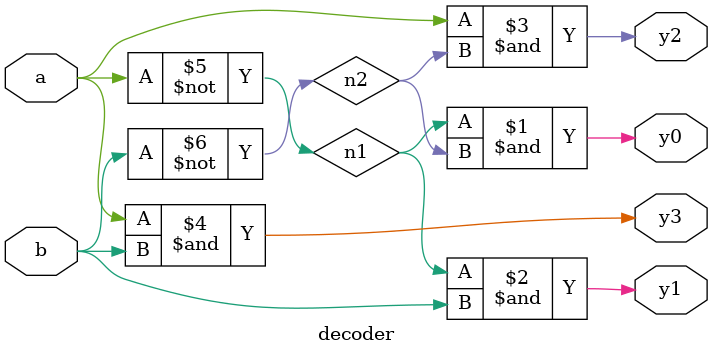
<source format=v>
module decoder(input a,b, output y0,y1,y2,y3);
wire n1,n2;

not (n1,a);
not (n2,b);

and (y0,n1,n2);
and (y1,n1,b);
and (y2,a,n2);
and (y3,a,b);

endmodule

</source>
